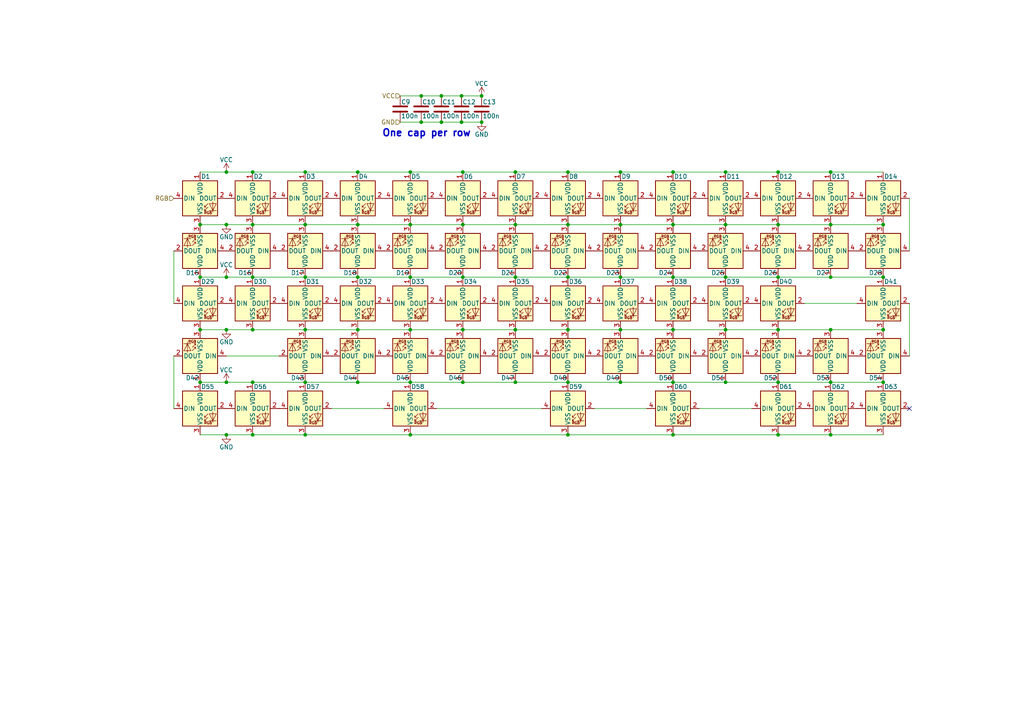
<source format=kicad_sch>
(kicad_sch (version 20211123) (generator eeschema)
  (paper "A4")
  (title_block (title "RGB LEDs") (date "2021-09-10") (rev "1.0") (company "0xCB") (comment 1 "Conor Burns"))
  (lib_symbols
    (symbol "0xCB:SK6812MINI-E" (pin_names (offset 0.254))
      (property "Reference" "D" (at 5.08 5.715 0))
      (property "Value" "SK6812MINI-E" (at 1.27 -5.715 0))
      (symbol "SK6812MINI-E_0_0"
        (text "RGB" (at 2.286 -4.191 0) (effects (font (size 0.762 0.762))))
      )
      (symbol "SK6812MINI-E_0_1"
        (polyline (pts (xy 1.27 -3.556) (xy 1.778 -3.556)))
        (polyline (pts (xy 1.27 -2.54) (xy 1.778 -2.54)))
        (polyline (pts (xy 4.699 -3.556) (xy 2.667 -3.556)))
        (polyline (pts (xy 2.286 -2.54) (xy 1.27 -3.556) (xy 1.27 -3.048)))
        (polyline (pts (xy 2.286 -1.524) (xy 1.27 -2.54) (xy 1.27 -2.032)))
        (polyline (pts (xy 3.683 -1.016) (xy 3.683 -3.556) (xy 3.683 -4.064)))
        (polyline (pts (xy 4.699 -1.524) (xy 2.667 -1.524) (xy 3.683 -3.556) (xy 4.699 -1.524)))
        (rectangle (start 5.08 5.08) (end -5.08 -5.08) (stroke (width 0.254)) (fill (type background)))
      )
      (symbol "SK6812MINI-E_1_1"
        (pin power_in line (at 0 7.62 270) (length 2.54) (name "VDD") (number "1"))
        (pin output line (at 7.62 0 180) (length 2.54) (name "DOUT") (number "2"))
        (pin power_in line (at 0 -7.62 90) (length 2.54) (name "VSS") (number "3"))
        (pin input line (at -7.62 0 0) (length 2.54) (name "DIN") (number "4"))
      )
    )
    (symbol "Device:C" (pin_numbers hide) (pin_names (offset 0.254))
      (property "Reference" "C" (at 0.635 2.54 0))
      (property "Value" "C" (at 0.635 -2.54 0))
      (symbol "C_0_1"
        (polyline (pts (xy -2.032 -0.762) (xy 2.032 -0.762)) (stroke (width 0.508)))
        (polyline (pts (xy -2.032 0.762) (xy 2.032 0.762)) (stroke (width 0.508)))
      )
      (symbol "C_1_1"
        (pin passive line (at 0 3.81 270) (length 2.794) (name "~") (number "1"))
        (pin passive line (at 0 -3.81 90) (length 2.794) (name "~") (number "2"))
      )
    )
    (symbol "power:GND" (power) (pin_names (offset 0))
      (property "Value" "GND" (at 0 -3.81 0))
      (symbol "GND_0_1"
        (polyline (pts (xy 0 0) (xy 0 -1.27) (xy 1.27 -1.27) (xy 0 -2.54) (xy -1.27 -1.27) (xy 0 -1.27)))
      )
      (symbol "GND_1_1"
        (pin power_in line (at 0 0 270) (length 0) hide (name "GND") (number "1"))
      )
    )
    (symbol "power:VCC" (power) (pin_names (offset 0))
      (property "Value" "VCC" (at 0 3.81 0))
      (symbol "VCC_0_1"
        (polyline (pts (xy -0.762 1.27) (xy 0 2.54)))
        (polyline (pts (xy 0 0) (xy 0 2.54)))
        (polyline (pts (xy 0 2.54) (xy 0.762 1.27)))
      )
      (symbol "VCC_1_1"
        (pin power_in line (at 0 0 90) (length 0) hide (name "VCC") (number "1"))
      )
    )
  )
  (junction (at 240.919 65.151))
  (junction (at 240.919 95.631))
  (junction (at 103.759 80.391))
  (junction (at 179.959 95.631))
  (junction (at 195.199 49.911))
  (junction (at 240.919 49.911))
  (junction (at 103.759 95.631))
  (junction (at 118.999 65.151))
  (junction (at 103.759 110.871))
  (junction (at 73.279 49.911))
  (junction (at 149.479 49.911))
  (junction (at 179.959 49.911))
  (junction (at 65.659 126.111))
  (junction (at 88.519 110.871))
  (junction (at 195.199 95.631))
  (junction (at 118.999 126.111))
  (junction (at 225.679 80.391))
  (junction (at 210.439 49.911))
  (junction (at 58.039 110.871))
  (junction (at 88.519 80.391))
  (junction (at 256.159 110.871))
  (junction (at 256.159 80.391))
  (junction (at 225.679 126.111))
  (junction (at 240.919 80.391))
  (junction (at 73.279 95.631))
  (junction (at 133.858 35.433))
  (junction (at 134.239 65.151))
  (junction (at 65.659 110.871))
  (junction (at 195.199 65.151))
  (junction (at 179.959 65.151))
  (junction (at 149.479 95.631))
  (junction (at 134.239 49.911))
  (junction (at 210.439 65.151))
  (junction (at 240.919 110.871))
  (junction (at 58.039 95.631))
  (junction (at 65.659 80.391))
  (junction (at 118.999 110.871))
  (junction (at 256.159 65.151))
  (junction (at 134.239 95.631))
  (junction (at 179.959 110.871))
  (junction (at 88.519 65.151))
  (junction (at 164.719 126.111))
  (junction (at 88.519 126.111))
  (junction (at 164.719 80.391))
  (junction (at 88.519 95.631))
  (junction (at 164.719 95.631))
  (junction (at 65.659 49.911))
  (junction (at 256.159 95.631))
  (junction (at 139.7 35.433))
  (junction (at 195.199 80.391))
  (junction (at 73.279 80.391))
  (junction (at 210.439 80.391))
  (junction (at 103.759 65.151))
  (junction (at 195.199 126.111))
  (junction (at 103.759 49.911))
  (junction (at 210.439 110.871))
  (junction (at 65.659 95.631))
  (junction (at 65.659 65.151))
  (junction (at 118.999 80.391))
  (junction (at 134.239 110.871))
  (junction (at 149.479 110.871))
  (junction (at 210.439 95.631))
  (junction (at 164.719 110.871))
  (junction (at 128.016 35.433))
  (junction (at 73.279 126.111))
  (junction (at 88.519 49.911))
  (junction (at 225.679 49.911))
  (junction (at 122.174 27.813))
  (junction (at 149.479 80.391))
  (junction (at 58.039 80.391))
  (junction (at 164.719 49.911))
  (junction (at 73.279 65.151))
  (junction (at 225.679 65.151))
  (junction (at 118.999 95.631))
  (junction (at 134.239 80.391))
  (junction (at 139.7 27.813))
  (junction (at 149.479 65.151))
  (junction (at 225.679 95.631))
  (junction (at 133.858 27.813))
  (junction (at 122.174 35.433))
  (junction (at 118.999 49.911))
  (junction (at 58.039 65.151))
  (junction (at 179.959 80.391))
  (junction (at 164.719 65.151))
  (junction (at 225.679 110.871))
  (junction (at 195.199 110.871))
  (junction (at 240.919 126.111))
  (junction (at 73.279 110.871))
  (junction (at 128.016 27.813))
  (no_connect (at 263.779 118.491))
  (wire (pts (xy 50.419 103.251) (xy 50.419 118.491)))
  (wire (pts (xy 164.719 110.871) (xy 179.959 110.871)))
  (wire (pts (xy 103.759 95.631) (xy 118.999 95.631)))
  (wire (pts (xy 58.039 49.911) (xy 65.659 49.911)))
  (wire (pts (xy 225.679 95.631) (xy 240.919 95.631)))
  (wire (pts (xy 263.779 57.531) (xy 263.779 72.771)))
  (wire (pts (xy 65.659 95.631) (xy 73.279 95.631)))
  (wire (pts (xy 58.039 110.871) (xy 65.659 110.871)))
  (wire (pts (xy 118.999 80.391) (xy 134.239 80.391)))
  (wire (pts (xy 240.919 49.911) (xy 256.159 49.911)))
  (wire (pts (xy 225.679 80.391) (xy 240.919 80.391)))
  (wire (pts (xy 210.439 80.391) (xy 225.679 80.391)))
  (wire (pts (xy 195.199 126.111) (xy 225.679 126.111)))
  (wire (pts (xy 225.679 126.111) (xy 240.919 126.111)))
  (wire (pts (xy 133.858 27.813) (xy 139.7 27.813)))
  (wire (pts (xy 111.379 118.491) (xy 96.139 118.491)))
  (wire (pts (xy 58.039 80.391) (xy 65.659 80.391)))
  (wire (pts (xy 73.279 126.111) (xy 88.519 126.111)))
  (wire (pts (xy 164.719 65.151) (xy 179.959 65.151)))
  (wire (pts (xy 65.659 126.111) (xy 73.279 126.111)))
  (wire (pts (xy 73.279 95.631) (xy 88.519 95.631)))
  (wire (pts (xy 179.959 95.631) (xy 195.199 95.631)))
  (wire (pts (xy 65.659 49.911) (xy 73.279 49.911)))
  (wire (pts (xy 149.479 49.911) (xy 164.719 49.911)))
  (wire (pts (xy 195.199 49.911) (xy 210.439 49.911)))
  (wire (pts (xy 88.519 126.111) (xy 118.999 126.111)))
  (wire (pts (xy 73.279 110.871) (xy 88.519 110.871)))
  (wire (pts (xy 103.759 49.911) (xy 118.999 49.911)))
  (wire (pts (xy 88.519 95.631) (xy 103.759 95.631)))
  (wire (pts (xy 134.239 80.391) (xy 149.479 80.391)))
  (wire (pts (xy 134.239 65.151) (xy 149.479 65.151)))
  (wire (pts (xy 149.479 95.631) (xy 164.719 95.631)))
  (wire (pts (xy 118.999 95.631) (xy 134.239 95.631)))
  (wire (pts (xy 58.039 65.151) (xy 65.659 65.151)))
  (wire (pts (xy 128.016 27.813) (xy 133.858 27.813)))
  (wire (pts (xy 65.659 110.871) (xy 73.279 110.871)))
  (wire (pts (xy 118.999 65.151) (xy 134.239 65.151)))
  (wire (pts (xy 103.759 110.871) (xy 118.999 110.871)))
  (wire (pts (xy 164.719 126.111) (xy 195.199 126.111)))
  (wire (pts (xy 58.039 126.111) (xy 65.659 126.111)))
  (wire (pts (xy 116.078 27.813) (xy 122.174 27.813)))
  (wire (pts (xy 149.479 65.151) (xy 164.719 65.151)))
  (wire (pts (xy 240.919 65.151) (xy 256.159 65.151)))
  (wire (pts (xy 195.199 95.631) (xy 210.439 95.631)))
  (wire (pts (xy 157.099 118.491) (xy 126.619 118.491)))
  (wire (pts (xy 225.679 65.151) (xy 240.919 65.151)))
  (wire (pts (xy 73.279 49.911) (xy 88.519 49.911)))
  (wire (pts (xy 210.439 95.631) (xy 225.679 95.631)))
  (wire (pts (xy 225.679 110.871) (xy 240.919 110.871)))
  (wire (pts (xy 240.919 110.871) (xy 256.159 110.871)))
  (wire (pts (xy 187.579 118.491) (xy 172.339 118.491)))
  (wire (pts (xy 210.439 49.911) (xy 225.679 49.911)))
  (wire (pts (xy 218.059 118.491) (xy 202.819 118.491)))
  (wire (pts (xy 233.299 88.011) (xy 248.539 88.011)))
  (wire (pts (xy 164.719 95.631) (xy 179.959 95.631)))
  (wire (pts (xy 122.174 35.433) (xy 128.016 35.433)))
  (wire (pts (xy 179.959 65.151) (xy 195.199 65.151)))
  (wire (pts (xy 88.519 80.391) (xy 103.759 80.391)))
  (wire (pts (xy 88.519 110.871) (xy 103.759 110.871)))
  (wire (pts (xy 133.858 35.433) (xy 139.7 35.433)))
  (wire (pts (xy 103.759 80.391) (xy 118.999 80.391)))
  (wire (pts (xy 210.439 110.871) (xy 195.199 110.871)))
  (wire (pts (xy 240.919 80.391) (xy 256.159 80.391)))
  (wire (pts (xy 134.239 95.631) (xy 149.479 95.631)))
  (wire (pts (xy 118.999 110.871) (xy 134.239 110.871)))
  (wire (pts (xy 73.279 80.391) (xy 88.519 80.391)))
  (wire (pts (xy 179.959 49.911) (xy 195.199 49.911)))
  (wire (pts (xy 128.016 35.433) (xy 133.858 35.433)))
  (wire (pts (xy 122.174 27.813) (xy 128.016 27.813)))
  (wire (pts (xy 88.519 49.911) (xy 103.759 49.911)))
  (wire (pts (xy 118.999 49.911) (xy 134.239 49.911)))
  (wire (pts (xy 164.719 80.391) (xy 179.959 80.391)))
  (wire (pts (xy 195.199 65.151) (xy 210.439 65.151)))
  (wire (pts (xy 149.479 110.871) (xy 164.719 110.871)))
  (wire (pts (xy 134.239 110.871) (xy 149.479 110.871)))
  (wire (pts (xy 58.039 95.631) (xy 65.659 95.631)))
  (wire (pts (xy 225.679 49.911) (xy 240.919 49.911)))
  (wire (pts (xy 240.919 95.631) (xy 256.159 95.631)))
  (wire (pts (xy 263.779 88.011) (xy 263.779 103.251)))
  (wire (pts (xy 210.439 65.151) (xy 225.679 65.151)))
  (wire (pts (xy 116.078 35.433) (xy 122.174 35.433)))
  (wire (pts (xy 65.659 80.391) (xy 73.279 80.391)))
  (wire (pts (xy 65.659 103.251) (xy 80.899 103.251)))
  (wire (pts (xy 73.279 65.151) (xy 88.519 65.151)))
  (wire (pts (xy 134.239 49.911) (xy 149.479 49.911)))
  (wire (pts (xy 195.199 80.391) (xy 210.439 80.391)))
  (wire (pts (xy 103.759 65.151) (xy 118.999 65.151)))
  (wire (pts (xy 179.959 80.391) (xy 195.199 80.391)))
  (wire (pts (xy 118.999 126.111) (xy 164.719 126.111)))
  (wire (pts (xy 240.919 126.111) (xy 256.159 126.111)))
  (wire (pts (xy 65.659 65.151) (xy 73.279 65.151)))
  (wire (pts (xy 50.419 72.771) (xy 50.419 88.011)))
  (wire (pts (xy 149.479 80.391) (xy 164.719 80.391)))
  (wire (pts (xy 164.719 49.911) (xy 179.959 49.911)))
  (wire (pts (xy 88.519 65.151) (xy 103.759 65.151)))
  (wire (pts (xy 195.199 110.871) (xy 179.959 110.871)))
  (wire (pts (xy 225.679 110.871) (xy 210.439 110.871)))
  (text "One cap per row" (at 110.744 39.878 0) (effects (font (size 2 2) (thickness 0.4) bold) (justify left bottom)))
  (hierarchical_label "RGB" (shape input) (at 50.419 57.531 180))
  (hierarchical_label "VCC" (shape input) (at 116.078 27.813 180))
  (hierarchical_label "GND" (shape input) (at 116.078 35.433 180))
  (symbol (lib_id "0xCB:SK6812MINI-E") (at 73.279 72.771 180) (unit 1)
    (property "Reference" "D16" (at 73.025 79.1211 0) (effects (justify left)))
    (property "Value" "SK6812MINI-E" (effects hide))
    (property "Footprint" "0xCB:MX_SK6812MINI-E" (effects hide))
  )
  (symbol (lib_id "0xCB:SK6812MINI-E") (at 164.719 88.011 0) (unit 1)
    (property "Reference" "D36" (at 164.973 81.6609 0) (effects (justify left)))
    (property "Value" "SK6812MINI-E" (effects hide))
    (property "Footprint" "0xCB:MX_SK6812MINI-E" (effects hide))
  )
  (symbol (lib_id "0xCB:SK6812MINI-E") (at 164.719 103.251 180) (unit 1)
    (property "Reference" "D48" (at 164.465 109.6011 0) (effects (justify left)))
    (property "Value" "SK6812MINI-E" (effects hide))
    (property "Footprint" "0xCB:MX_SK6812MINI-E" (effects hide))
  )
  (symbol (lib_id "power:GND") (at 139.7 35.433 0) (unit 1)
    (property "Reference" "#PWR015" (effects hide))
    (property "Value" "GND" (at 139.7 38.989 0))
  )
  (symbol (lib_id "0xCB:SK6812MINI-E") (at 88.519 118.491 0) (unit 1)
    (property "Reference" "D57" (at 88.773 112.1409 0) (effects (justify left)))
    (property "Value" "SK6812MINI-E" (effects hide))
    (property "Footprint" "0xCB:MX_SK6812MINI-E" (effects hide))
  )
  (symbol (lib_id "0xCB:SK6812MINI-E") (at 103.759 88.011 0) (unit 1)
    (property "Reference" "D32" (at 104.013 81.6609 0) (effects (justify left)))
    (property "Value" "SK6812MINI-E" (effects hide))
    (property "Footprint" "0xCB:MX_SK6812MINI-E" (effects hide))
  )
  (symbol (lib_id "0xCB:SK6812MINI-E") (at 73.279 57.531 0) (unit 1)
    (property "Reference" "D2" (at 73.533 51.1809 0) (effects (justify left)))
    (property "Value" "SK6812MINI-E" (effects hide))
    (property "Footprint" "0xCB:MX_SK6812MINI-E" (effects hide))
  )
  (symbol (lib_id "0xCB:SK6812MINI-E") (at 195.199 88.011 0) (unit 1)
    (property "Reference" "D38" (at 195.453 81.6609 0) (effects (justify left)))
    (property "Value" "SK6812MINI-E" (effects hide))
    (property "Footprint" "0xCB:MX_SK6812MINI-E" (effects hide))
  )
  (symbol (lib_id "0xCB:SK6812MINI-E") (at 256.159 118.491 0) (unit 1)
    (property "Reference" "D63" (at 256.413 112.1409 0) (effects (justify left)))
    (property "Value" "SK6812MINI-E" (effects hide))
    (property "Footprint" "0xCB:MX_SK6812MINI-E" (effects hide))
  )
  (symbol (lib_id "power:VCC") (at 139.7 27.813 0) (unit 1)
    (property "Reference" "#PWR014" (effects hide))
    (property "Value" "VCC" (at 139.7 24.257 0))
  )
  (symbol (lib_id "0xCB:SK6812MINI-E") (at 149.479 72.771 180) (unit 1)
    (property "Reference" "D21" (at 149.225 79.1211 0) (effects (justify left)))
    (property "Value" "SK6812MINI-E" (effects hide))
    (property "Footprint" "0xCB:MX_SK6812MINI-E" (effects hide))
  )
  (symbol (lib_id "power:VCC") (at 65.659 110.871 0) (unit 1)
    (property "Reference" "#PWR020" (effects hide))
    (property "Value" "VCC" (at 65.659 107.315 0))
  )
  (symbol (lib_id "0xCB:SK6812MINI-E") (at 195.199 57.531 0) (unit 1)
    (property "Reference" "D10" (at 195.453 51.1809 0) (effects (justify left)))
    (property "Value" "SK6812MINI-E" (effects hide))
    (property "Footprint" "0xCB:MX_SK6812MINI-E" (effects hide))
  )
  (symbol (lib_id "0xCB:SK6812MINI-E") (at 195.199 72.771 180) (unit 1)
    (property "Reference" "D24" (at 194.945 79.1211 0) (effects (justify left)))
    (property "Value" "SK6812MINI-E" (effects hide))
    (property "Footprint" "0xCB:MX_SK6812MINI-E" (effects hide))
  )
  (symbol (lib_id "0xCB:SK6812MINI-E") (at 179.959 57.531 0) (unit 1)
    (property "Reference" "D9" (at 180.213 51.1809 0) (effects (justify left)))
    (property "Value" "SK6812MINI-E" (effects hide))
    (property "Footprint" "0xCB:MX_SK6812MINI-E" (effects hide))
  )
  (symbol (lib_id "0xCB:SK6812MINI-E") (at 134.239 88.011 0) (unit 1)
    (property "Reference" "D34" (at 134.493 81.6609 0) (effects (justify left)))
    (property "Value" "SK6812MINI-E" (effects hide))
    (property "Footprint" "0xCB:MX_SK6812MINI-E" (effects hide))
  )
  (symbol (lib_id "power:VCC") (at 65.659 80.391 0) (unit 1)
    (property "Reference" "#PWR018" (effects hide))
    (property "Value" "VCC" (at 65.659 76.835 0))
  )
  (symbol (lib_id "0xCB:SK6812MINI-E") (at 225.679 103.251 180) (unit 1)
    (property "Reference" "D52" (at 225.425 109.6011 0) (effects (justify left)))
    (property "Value" "SK6812MINI-E" (effects hide))
    (property "Footprint" "0xCB:MX_SK6812MINI-E" (effects hide))
  )
  (symbol (lib_id "power:VCC") (at 65.659 49.911 0) (unit 1)
    (property "Reference" "#PWR016" (effects hide))
    (property "Value" "VCC" (at 65.659 46.355 0))
  )
  (symbol (lib_id "0xCB:SK6812MINI-E") (at 58.039 88.011 0) (unit 1)
    (property "Reference" "D29" (at 58.293 81.6609 0) (effects (justify left)))
    (property "Value" "SK6812MINI-E" (effects hide))
    (property "Footprint" "0xCB:MX_SK6812MINI-E" (effects hide))
  )
  (symbol (lib_id "0xCB:SK6812MINI-E") (at 164.719 57.531 0) (unit 1)
    (property "Reference" "D8" (at 164.973 51.1809 0) (effects (justify left)))
    (property "Value" "SK6812MINI-E" (effects hide))
    (property "Footprint" "0xCB:MX_SK6812MINI-E" (effects hide))
  )
  (symbol (lib_id "0xCB:SK6812MINI-E") (at 118.999 72.771 180) (unit 1)
    (property "Reference" "D19" (at 118.745 79.1211 0) (effects (justify left)))
    (property "Value" "SK6812MINI-E" (effects hide))
    (property "Footprint" "0xCB:MX_SK6812MINI-E" (effects hide))
  )
  (symbol (lib_id "0xCB:SK6812MINI-E") (at 103.759 57.531 0) (unit 1)
    (property "Reference" "D4" (at 104.013 51.1809 0) (effects (justify left)))
    (property "Value" "SK6812MINI-E" (effects hide))
    (property "Footprint" "0xCB:MX_SK6812MINI-E" (effects hide))
  )
  (symbol (lib_id "0xCB:SK6812MINI-E") (at 118.999 57.531 0) (unit 1)
    (property "Reference" "D5" (at 119.253 51.1809 0) (effects (justify left)))
    (property "Value" "SK6812MINI-E" (effects hide))
    (property "Footprint" "0xCB:MX_SK6812MINI-E" (effects hide))
  )
  (symbol (lib_id "power:GND") (at 65.659 65.151 0) (unit 1)
    (property "Reference" "#PWR017" (effects hide))
    (property "Value" "GND" (at 65.659 68.707 0))
  )
  (symbol (lib_id "power:GND") (at 65.659 95.631 0) (unit 1)
    (property "Reference" "#PWR019" (effects hide))
    (property "Value" "GND" (at 65.659 99.187 0))
  )
  (symbol (lib_id "0xCB:SK6812MINI-E") (at 240.919 118.491 0) (unit 1)
    (property "Reference" "D62" (at 241.173 112.1409 0) (effects (justify left)))
    (property "Value" "SK6812MINI-E" (effects hide))
    (property "Footprint" "0xCB:MX_SK6812MINI-E" (effects hide))
  )
  (symbol (lib_id "0xCB:SK6812MINI-E") (at 210.439 57.531 0) (unit 1)
    (property "Reference" "D11" (at 210.693 51.1809 0) (effects (justify left)))
    (property "Value" "SK6812MINI-E" (effects hide))
    (property "Footprint" "0xCB:MX_SK6812MINI-E" (effects hide))
  )
  (symbol (lib_id "0xCB:SK6812MINI-E") (at 118.999 118.491 0) (unit 1)
    (property "Reference" "D58" (at 119.253 112.1409 0) (effects (justify left)))
    (property "Value" "SK6812MINI-E" (effects hide))
    (property "Footprint" "0xCB:MX_SK6812MINI-E" (effects hide))
  )
  (symbol (lib_id "Device:C") (at 122.174 31.623 0) (unit 1)
    (property "Reference" "C10" (at 122.428 29.5909 0) (effects (justify left)))
    (property "Value" "100n" (at 122.428 33.6549 0) (effects (justify left)))
    (property "Footprint" "Capacitor_SMD:C_0603_1608Metric" (effects hide))
  )
  (symbol (lib_id "0xCB:SK6812MINI-E") (at 225.679 57.531 0) (unit 1)
    (property "Reference" "D12" (at 225.933 51.1809 0) (effects (justify left)))
    (property "Value" "SK6812MINI-E" (effects hide))
    (property "Footprint" "0xCB:MX_SK6812MINI-E" (effects hide))
  )
  (symbol (lib_id "0xCB:SK6812MINI-E") (at 210.439 103.251 180) (unit 1)
    (property "Reference" "D51" (at 210.185 109.6011 0) (effects (justify left)))
    (property "Value" "SK6812MINI-E" (effects hide))
    (property "Footprint" "0xCB:MX_SK6812MINI-E" (effects hide))
  )
  (symbol (lib_id "0xCB:SK6812MINI-E") (at 149.479 103.251 180) (unit 1)
    (property "Reference" "D47" (at 149.225 109.6011 0) (effects (justify left)))
    (property "Value" "SK6812MINI-E" (effects hide))
    (property "Footprint" "0xCB:MX_SK6812MINI-E" (effects hide))
  )
  (symbol (lib_id "0xCB:SK6812MINI-E") (at 256.159 57.531 0) (unit 1)
    (property "Reference" "D14" (at 256.413 51.1809 0) (effects (justify left)))
    (property "Value" "SK6812MINI-E" (effects hide))
    (property "Footprint" "0xCB:MX_SK6812MINI-E" (effects hide))
  )
  (symbol (lib_id "0xCB:SK6812MINI-E") (at 88.519 72.771 180) (unit 1)
    (property "Reference" "D17" (at 88.265 79.1211 0) (effects (justify left)))
    (property "Value" "SK6812MINI-E" (effects hide))
    (property "Footprint" "0xCB:MX_SK6812MINI-E" (effects hide))
  )
  (symbol (lib_id "0xCB:SK6812MINI-E") (at 240.919 72.771 180) (unit 1)
    (property "Reference" "D27" (at 240.665 79.1211 0) (effects (justify left)))
    (property "Value" "SK6812MINI-E" (effects hide))
    (property "Footprint" "0xCB:MX_SK6812MINI-E" (effects hide))
  )
  (symbol (lib_id "0xCB:SK6812MINI-E") (at 210.439 72.771 180) (unit 1)
    (property "Reference" "D25" (at 210.185 79.1211 0) (effects (justify left)))
    (property "Value" "SK6812MINI-E" (effects hide))
    (property "Footprint" "0xCB:MX_SK6812MINI-E" (effects hide))
  )
  (symbol (lib_id "0xCB:SK6812MINI-E") (at 149.479 88.011 0) (unit 1)
    (property "Reference" "D35" (at 149.733 81.6609 0) (effects (justify left)))
    (property "Value" "SK6812MINI-E" (effects hide))
    (property "Footprint" "0xCB:MX_SK6812MINI-E" (effects hide))
  )
  (symbol (lib_id "0xCB:SK6812MINI-E") (at 240.919 57.531 0) (unit 1)
    (property "Reference" "D13" (at 241.173 51.1809 0) (effects (justify left)))
    (property "Value" "SK6812MINI-E" (effects hide))
    (property "Footprint" "0xCB:MX_SK6812MINI-E" (effects hide))
  )
  (symbol (lib_id "0xCB:SK6812MINI-E") (at 225.679 88.011 0) (unit 1)
    (property "Reference" "D40" (at 225.933 81.6609 0) (effects (justify left)))
    (property "Value" "SK6812MINI-E" (effects hide))
    (property "Footprint" "0xCB:MX_SK6812MINI-E" (effects hide))
  )
  (symbol (lib_id "0xCB:SK6812MINI-E") (at 88.519 57.531 0) (unit 1)
    (property "Reference" "D3" (at 88.773 51.1809 0) (effects (justify left)))
    (property "Value" "SK6812MINI-E" (effects hide))
    (property "Footprint" "0xCB:MX_SK6812MINI-E" (effects hide))
  )
  (symbol (lib_id "0xCB:SK6812MINI-E") (at 134.239 103.251 180) (unit 1)
    (property "Reference" "D46" (at 133.985 109.6011 0) (effects (justify left)))
    (property "Value" "SK6812MINI-E" (effects hide))
    (property "Footprint" "0xCB:MX_SK6812MINI-E" (effects hide))
  )
  (symbol (lib_id "0xCB:SK6812MINI-E") (at 164.719 118.491 0) (unit 1)
    (property "Reference" "D59" (at 164.973 112.1409 0) (effects (justify left)))
    (property "Value" "SK6812MINI-E" (effects hide))
    (property "Footprint" "0xCB:MX_SK6812MINI-E" (effects hide))
  )
  (symbol (lib_id "0xCB:SK6812MINI-E") (at 149.479 57.531 0) (unit 1)
    (property "Reference" "D7" (at 149.733 51.1809 0) (effects (justify left)))
    (property "Value" "SK6812MINI-E" (effects hide))
    (property "Footprint" "0xCB:MX_SK6812MINI-E" (effects hide))
  )
  (symbol (lib_id "0xCB:SK6812MINI-E") (at 58.039 57.531 0) (unit 1)
    (property "Reference" "D1" (at 58.293 51.1809 0) (effects (justify left)))
    (property "Value" "SK6812MINI-E" (effects hide))
    (property "Footprint" "0xCB:MX_SK6812MINI-E" (effects hide))
  )
  (symbol (lib_id "0xCB:SK6812MINI-E") (at 210.439 88.011 0) (unit 1)
    (property "Reference" "D39" (at 210.693 81.6609 0) (effects (justify left)))
    (property "Value" "SK6812MINI-E" (effects hide))
    (property "Footprint" "0xCB:MX_SK6812MINI-E" (effects hide))
  )
  (symbol (lib_id "0xCB:SK6812MINI-E") (at 225.679 72.771 180) (unit 1)
    (property "Reference" "D26" (at 225.425 79.1211 0) (effects (justify left)))
    (property "Value" "SK6812MINI-E" (effects hide))
    (property "Footprint" "0xCB:MX_SK6812MINI-E" (effects hide))
  )
  (symbol (lib_id "0xCB:SK6812MINI-E") (at 225.679 118.491 0) (unit 1)
    (property "Reference" "D61" (at 225.933 112.1409 0) (effects (justify left)))
    (property "Value" "SK6812MINI-E" (effects hide))
    (property "Footprint" "0xCB:MX_SK6812MINI-E" (effects hide))
  )
  (symbol (lib_id "0xCB:SK6812MINI-E") (at 118.999 88.011 0) (unit 1)
    (property "Reference" "D33" (at 119.253 81.6609 0) (effects (justify left)))
    (property "Value" "SK6812MINI-E" (effects hide))
    (property "Footprint" "0xCB:MX_SK6812MINI-E" (effects hide))
  )
  (symbol (lib_id "0xCB:SK6812MINI-E") (at 134.239 72.771 180) (unit 1)
    (property "Reference" "D20" (at 133.985 79.1211 0) (effects (justify left)))
    (property "Value" "SK6812MINI-E" (effects hide))
    (property "Footprint" "0xCB:MX_SK6812MINI-E" (effects hide))
  )
  (symbol (lib_id "0xCB:SK6812MINI-E") (at 73.279 88.011 0) (unit 1)
    (property "Reference" "D30" (at 73.533 81.6609 0) (effects (justify left)))
    (property "Value" "SK6812MINI-E" (effects hide))
    (property "Footprint" "0xCB:MX_SK6812MINI-E" (effects hide))
  )
  (symbol (lib_id "0xCB:SK6812MINI-E") (at 58.039 72.771 180) (unit 1)
    (property "Reference" "D15" (at 57.785 79.1211 0) (effects (justify left)))
    (property "Value" "SK6812MINI-E" (effects hide))
    (property "Footprint" "0xCB:MX_SK6812MINI-E" (effects hide))
  )
  (symbol (lib_id "0xCB:SK6812MINI-E") (at 134.239 57.531 0) (unit 1)
    (property "Reference" "D6" (at 134.493 51.1809 0) (effects (justify left)))
    (property "Value" "SK6812MINI-E" (effects hide))
    (property "Footprint" "0xCB:MX_SK6812MINI-E" (effects hide))
  )
  (symbol (lib_id "0xCB:SK6812MINI-E") (at 256.159 103.251 180) (unit 1)
    (property "Reference" "D54" (at 255.905 109.6011 0) (effects (justify left)))
    (property "Value" "SK6812MINI-E" (effects hide))
    (property "Footprint" "0xCB:MX_SK6812MINI-E" (effects hide))
  )
  (symbol (lib_id "0xCB:SK6812MINI-E") (at 103.759 72.771 180) (unit 1)
    (property "Reference" "D18" (at 103.505 79.1211 0) (effects (justify left)))
    (property "Value" "SK6812MINI-E" (effects hide))
    (property "Footprint" "0xCB:MX_SK6812MINI-E" (effects hide))
  )
  (symbol (lib_id "0xCB:SK6812MINI-E") (at 103.759 103.251 180) (unit 1)
    (property "Reference" "D44" (at 103.505 109.6011 0) (effects (justify left)))
    (property "Value" "SK6812MINI-E" (effects hide))
    (property "Footprint" "0xCB:MX_SK6812MINI-E" (effects hide))
  )
  (symbol (lib_id "0xCB:SK6812MINI-E") (at 256.159 72.771 180) (unit 1)
    (property "Reference" "D28" (at 255.905 79.1211 0) (effects (justify left)))
    (property "Value" "SK6812MINI-E" (effects hide))
    (property "Footprint" "0xCB:MX_SK6812MINI-E" (effects hide))
  )
  (symbol (lib_id "0xCB:SK6812MINI-E") (at 256.159 88.011 0) (unit 1)
    (property "Reference" "D41" (at 256.413 81.6609 0) (effects (justify left)))
    (property "Value" "SK6812MINI-E" (effects hide))
    (property "Footprint" "0xCB:MX_SK6812MINI-E" (effects hide))
  )
  (symbol (lib_id "0xCB:SK6812MINI-E") (at 58.039 118.491 0) (unit 1)
    (property "Reference" "D55" (at 58.293 112.1409 0) (effects (justify left)))
    (property "Value" "SK6812MINI-E" (effects hide))
    (property "Footprint" "0xCB:MX_SK6812MINI-E" (effects hide))
  )
  (symbol (lib_id "0xCB:SK6812MINI-E") (at 179.959 88.011 0) (unit 1)
    (property "Reference" "D37" (at 180.213 81.6609 0) (effects (justify left)))
    (property "Value" "SK6812MINI-E" (effects hide))
    (property "Footprint" "0xCB:MX_SK6812MINI-E" (effects hide))
  )
  (symbol (lib_id "0xCB:SK6812MINI-E") (at 73.279 118.491 0) (unit 1)
    (property "Reference" "D56" (at 73.533 112.1409 0) (effects (justify left)))
    (property "Value" "SK6812MINI-E" (effects hide))
    (property "Footprint" "0xCB:MX_SK6812MINI-E" (effects hide))
  )
  (symbol (lib_id "power:GND") (at 65.659 126.111 0) (unit 1)
    (property "Reference" "#PWR021" (effects hide))
    (property "Value" "GND" (at 65.659 129.667 0))
  )
  (symbol (lib_id "0xCB:SK6812MINI-E") (at 88.519 103.251 180) (unit 1)
    (property "Reference" "D43" (at 88.265 109.6011 0) (effects (justify left)))
    (property "Value" "SK6812MINI-E" (effects hide))
    (property "Footprint" "0xCB:MX_SK6812MINI-E" (effects hide))
  )
  (symbol (lib_id "0xCB:SK6812MINI-E") (at 179.959 103.251 180) (unit 1)
    (property "Reference" "D49" (at 179.705 109.6011 0) (effects (justify left)))
    (property "Value" "SK6812MINI-E" (effects hide))
    (property "Footprint" "0xCB:MX_SK6812MINI-E" (effects hide))
  )
  (symbol (lib_id "Device:C") (at 128.016 31.623 0) (unit 1)
    (property "Reference" "C11" (at 128.27 29.5909 0) (effects (justify left)))
    (property "Value" "100n" (at 128.27 33.6549 0) (effects (justify left)))
    (property "Footprint" "Capacitor_SMD:C_0603_1608Metric" (effects hide))
  )
  (symbol (lib_id "0xCB:SK6812MINI-E") (at 58.039 103.251 180) (unit 1)
    (property "Reference" "D42" (at 57.785 109.6011 0) (effects (justify left)))
    (property "Value" "SK6812MINI-E" (effects hide))
    (property "Footprint" "0xCB:MX_SK6812MINI-E" (effects hide))
  )
  (symbol (lib_id "0xCB:SK6812MINI-E") (at 240.919 103.251 180) (unit 1)
    (property "Reference" "D53" (at 240.665 109.6011 0) (effects (justify left)))
    (property "Value" "SK6812MINI-E" (effects hide))
    (property "Footprint" "0xCB:MX_SK6812MINI-E" (effects hide))
  )
  (symbol (lib_id "0xCB:SK6812MINI-E") (at 88.519 88.011 0) (unit 1)
    (property "Reference" "D31" (at 88.773 81.6609 0) (effects (justify left)))
    (property "Value" "SK6812MINI-E" (effects hide))
    (property "Footprint" "0xCB:MX_SK6812MINI-E" (effects hide))
  )
  (symbol (lib_id "0xCB:SK6812MINI-E") (at 195.199 118.491 0) (unit 1)
    (property "Reference" "D60" (at 195.453 112.1409 0) (effects (justify left)))
    (property "Value" "SK6812MINI-E" (effects hide))
    (property "Footprint" "0xCB:MX_SK6812MINI-E" (effects hide))
  )
  (symbol (lib_id "Device:C") (at 133.858 31.623 0) (unit 1)
    (property "Reference" "C12" (at 134.112 29.5909 0) (effects (justify left)))
    (property "Value" "100n" (at 134.112 33.6549 0) (effects (justify left)))
    (property "Footprint" "Capacitor_SMD:C_0603_1608Metric" (effects hide))
  )
  (symbol (lib_id "0xCB:SK6812MINI-E") (at 195.199 103.251 180) (unit 1)
    (property "Reference" "D50" (at 194.945 109.6011 0) (effects (justify left)))
    (property "Value" "SK6812MINI-E" (effects hide))
    (property "Footprint" "0xCB:MX_SK6812MINI-E" (effects hide))
  )
  (symbol (lib_id "Device:C") (at 139.7 31.623 0) (unit 1)
    (property "Reference" "C13" (at 139.954 29.5909 0) (effects (justify left)))
    (property "Value" "100n" (at 139.954 33.6549 0) (effects (justify left)))
    (property "Footprint" "Capacitor_SMD:C_0603_1608Metric" (effects hide))
  )
  (symbol (lib_id "0xCB:SK6812MINI-E") (at 118.999 103.251 180) (unit 1)
    (property "Reference" "D45" (at 118.745 109.6011 0) (effects (justify left)))
    (property "Value" "SK6812MINI-E" (effects hide))
    (property "Footprint" "0xCB:MX_SK6812MINI-E" (effects hide))
  )
  (symbol (lib_id "0xCB:SK6812MINI-E") (at 164.719 72.771 180) (unit 1)
    (property "Reference" "D22" (at 164.465 79.1211 0) (effects (justify left)))
    (property "Value" "SK6812MINI-E" (effects hide))
    (property "Footprint" "0xCB:MX_SK6812MINI-E" (effects hide))
  )
  (symbol (lib_id "Device:C") (at 116.078 31.623 0) (unit 1)
    (property "Reference" "C9" (at 116.332 29.5909 0) (effects (justify left)))
    (property "Value" "100n" (at 116.332 33.6549 0) (effects (justify left)))
    (property "Footprint" "Capacitor_SMD:C_0603_1608Metric" (effects hide))
  )
  (symbol (lib_id "0xCB:SK6812MINI-E") (at 179.959 72.771 180) (unit 1)
    (property "Reference" "D23" (at 179.705 79.1211 0) (effects (justify left)))
    (property "Value" "SK6812MINI-E" (effects hide))
    (property "Footprint" "0xCB:MX_SK6812MINI-E" (effects hide))
  )
)
</source>
